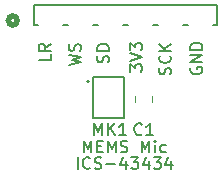
<source format=gbr>
%TF.GenerationSoftware,KiCad,Pcbnew,7.0.6*%
%TF.CreationDate,2024-09-27T12:31:39-07:00*%
%TF.ProjectId,microphone,6d696372-6f70-4686-9f6e-652e6b696361,rev?*%
%TF.SameCoordinates,Original*%
%TF.FileFunction,Legend,Top*%
%TF.FilePolarity,Positive*%
%FSLAX46Y46*%
G04 Gerber Fmt 4.6, Leading zero omitted, Abs format (unit mm)*
G04 Created by KiCad (PCBNEW 7.0.6) date 2024-09-27 12:31:39*
%MOMM*%
%LPD*%
G01*
G04 APERTURE LIST*
%ADD10C,0.150000*%
%ADD11C,0.127000*%
%ADD12C,0.200000*%
%ADD13C,0.152400*%
%ADD14C,0.508000*%
%ADD15C,0.120000*%
G04 APERTURE END LIST*
D10*
X233427438Y-137989411D02*
X233379819Y-138084649D01*
X233379819Y-138084649D02*
X233379819Y-138227506D01*
X233379819Y-138227506D02*
X233427438Y-138370363D01*
X233427438Y-138370363D02*
X233522676Y-138465601D01*
X233522676Y-138465601D02*
X233617914Y-138513220D01*
X233617914Y-138513220D02*
X233808390Y-138560839D01*
X233808390Y-138560839D02*
X233951247Y-138560839D01*
X233951247Y-138560839D02*
X234141723Y-138513220D01*
X234141723Y-138513220D02*
X234236961Y-138465601D01*
X234236961Y-138465601D02*
X234332200Y-138370363D01*
X234332200Y-138370363D02*
X234379819Y-138227506D01*
X234379819Y-138227506D02*
X234379819Y-138132268D01*
X234379819Y-138132268D02*
X234332200Y-137989411D01*
X234332200Y-137989411D02*
X234284580Y-137941792D01*
X234284580Y-137941792D02*
X233951247Y-137941792D01*
X233951247Y-137941792D02*
X233951247Y-138132268D01*
X234379819Y-137513220D02*
X233379819Y-137513220D01*
X233379819Y-137513220D02*
X234379819Y-136941792D01*
X234379819Y-136941792D02*
X233379819Y-136941792D01*
X234379819Y-136465601D02*
X233379819Y-136465601D01*
X233379819Y-136465601D02*
X233379819Y-136227506D01*
X233379819Y-136227506D02*
X233427438Y-136084649D01*
X233427438Y-136084649D02*
X233522676Y-135989411D01*
X233522676Y-135989411D02*
X233617914Y-135941792D01*
X233617914Y-135941792D02*
X233808390Y-135894173D01*
X233808390Y-135894173D02*
X233951247Y-135894173D01*
X233951247Y-135894173D02*
X234141723Y-135941792D01*
X234141723Y-135941792D02*
X234236961Y-135989411D01*
X234236961Y-135989411D02*
X234332200Y-136084649D01*
X234332200Y-136084649D02*
X234379819Y-136227506D01*
X234379819Y-136227506D02*
X234379819Y-136465601D01*
X226442200Y-137550839D02*
X226489819Y-137407982D01*
X226489819Y-137407982D02*
X226489819Y-137169887D01*
X226489819Y-137169887D02*
X226442200Y-137074649D01*
X226442200Y-137074649D02*
X226394580Y-137027030D01*
X226394580Y-137027030D02*
X226299342Y-136979411D01*
X226299342Y-136979411D02*
X226204104Y-136979411D01*
X226204104Y-136979411D02*
X226108866Y-137027030D01*
X226108866Y-137027030D02*
X226061247Y-137074649D01*
X226061247Y-137074649D02*
X226013628Y-137169887D01*
X226013628Y-137169887D02*
X225966009Y-137360363D01*
X225966009Y-137360363D02*
X225918390Y-137455601D01*
X225918390Y-137455601D02*
X225870771Y-137503220D01*
X225870771Y-137503220D02*
X225775533Y-137550839D01*
X225775533Y-137550839D02*
X225680295Y-137550839D01*
X225680295Y-137550839D02*
X225585057Y-137503220D01*
X225585057Y-137503220D02*
X225537438Y-137455601D01*
X225537438Y-137455601D02*
X225489819Y-137360363D01*
X225489819Y-137360363D02*
X225489819Y-137122268D01*
X225489819Y-137122268D02*
X225537438Y-136979411D01*
X226489819Y-136550839D02*
X225489819Y-136550839D01*
X225489819Y-136550839D02*
X225489819Y-136312744D01*
X225489819Y-136312744D02*
X225537438Y-136169887D01*
X225537438Y-136169887D02*
X225632676Y-136074649D01*
X225632676Y-136074649D02*
X225727914Y-136027030D01*
X225727914Y-136027030D02*
X225918390Y-135979411D01*
X225918390Y-135979411D02*
X226061247Y-135979411D01*
X226061247Y-135979411D02*
X226251723Y-136027030D01*
X226251723Y-136027030D02*
X226346961Y-136074649D01*
X226346961Y-136074649D02*
X226442200Y-136169887D01*
X226442200Y-136169887D02*
X226489819Y-136312744D01*
X226489819Y-136312744D02*
X226489819Y-136550839D01*
X231692200Y-138550839D02*
X231739819Y-138407982D01*
X231739819Y-138407982D02*
X231739819Y-138169887D01*
X231739819Y-138169887D02*
X231692200Y-138074649D01*
X231692200Y-138074649D02*
X231644580Y-138027030D01*
X231644580Y-138027030D02*
X231549342Y-137979411D01*
X231549342Y-137979411D02*
X231454104Y-137979411D01*
X231454104Y-137979411D02*
X231358866Y-138027030D01*
X231358866Y-138027030D02*
X231311247Y-138074649D01*
X231311247Y-138074649D02*
X231263628Y-138169887D01*
X231263628Y-138169887D02*
X231216009Y-138360363D01*
X231216009Y-138360363D02*
X231168390Y-138455601D01*
X231168390Y-138455601D02*
X231120771Y-138503220D01*
X231120771Y-138503220D02*
X231025533Y-138550839D01*
X231025533Y-138550839D02*
X230930295Y-138550839D01*
X230930295Y-138550839D02*
X230835057Y-138503220D01*
X230835057Y-138503220D02*
X230787438Y-138455601D01*
X230787438Y-138455601D02*
X230739819Y-138360363D01*
X230739819Y-138360363D02*
X230739819Y-138122268D01*
X230739819Y-138122268D02*
X230787438Y-137979411D01*
X231644580Y-136979411D02*
X231692200Y-137027030D01*
X231692200Y-137027030D02*
X231739819Y-137169887D01*
X231739819Y-137169887D02*
X231739819Y-137265125D01*
X231739819Y-137265125D02*
X231692200Y-137407982D01*
X231692200Y-137407982D02*
X231596961Y-137503220D01*
X231596961Y-137503220D02*
X231501723Y-137550839D01*
X231501723Y-137550839D02*
X231311247Y-137598458D01*
X231311247Y-137598458D02*
X231168390Y-137598458D01*
X231168390Y-137598458D02*
X230977914Y-137550839D01*
X230977914Y-137550839D02*
X230882676Y-137503220D01*
X230882676Y-137503220D02*
X230787438Y-137407982D01*
X230787438Y-137407982D02*
X230739819Y-137265125D01*
X230739819Y-137265125D02*
X230739819Y-137169887D01*
X230739819Y-137169887D02*
X230787438Y-137027030D01*
X230787438Y-137027030D02*
X230835057Y-136979411D01*
X231739819Y-136550839D02*
X230739819Y-136550839D01*
X231739819Y-135979411D02*
X231168390Y-136407982D01*
X230739819Y-135979411D02*
X231311247Y-136550839D01*
X223836779Y-146569819D02*
X223836779Y-145569819D01*
X224884397Y-146474580D02*
X224836778Y-146522200D01*
X224836778Y-146522200D02*
X224693921Y-146569819D01*
X224693921Y-146569819D02*
X224598683Y-146569819D01*
X224598683Y-146569819D02*
X224455826Y-146522200D01*
X224455826Y-146522200D02*
X224360588Y-146426961D01*
X224360588Y-146426961D02*
X224312969Y-146331723D01*
X224312969Y-146331723D02*
X224265350Y-146141247D01*
X224265350Y-146141247D02*
X224265350Y-145998390D01*
X224265350Y-145998390D02*
X224312969Y-145807914D01*
X224312969Y-145807914D02*
X224360588Y-145712676D01*
X224360588Y-145712676D02*
X224455826Y-145617438D01*
X224455826Y-145617438D02*
X224598683Y-145569819D01*
X224598683Y-145569819D02*
X224693921Y-145569819D01*
X224693921Y-145569819D02*
X224836778Y-145617438D01*
X224836778Y-145617438D02*
X224884397Y-145665057D01*
X225265350Y-146522200D02*
X225408207Y-146569819D01*
X225408207Y-146569819D02*
X225646302Y-146569819D01*
X225646302Y-146569819D02*
X225741540Y-146522200D01*
X225741540Y-146522200D02*
X225789159Y-146474580D01*
X225789159Y-146474580D02*
X225836778Y-146379342D01*
X225836778Y-146379342D02*
X225836778Y-146284104D01*
X225836778Y-146284104D02*
X225789159Y-146188866D01*
X225789159Y-146188866D02*
X225741540Y-146141247D01*
X225741540Y-146141247D02*
X225646302Y-146093628D01*
X225646302Y-146093628D02*
X225455826Y-146046009D01*
X225455826Y-146046009D02*
X225360588Y-145998390D01*
X225360588Y-145998390D02*
X225312969Y-145950771D01*
X225312969Y-145950771D02*
X225265350Y-145855533D01*
X225265350Y-145855533D02*
X225265350Y-145760295D01*
X225265350Y-145760295D02*
X225312969Y-145665057D01*
X225312969Y-145665057D02*
X225360588Y-145617438D01*
X225360588Y-145617438D02*
X225455826Y-145569819D01*
X225455826Y-145569819D02*
X225693921Y-145569819D01*
X225693921Y-145569819D02*
X225836778Y-145617438D01*
X226265350Y-146188866D02*
X227027255Y-146188866D01*
X227932016Y-145903152D02*
X227932016Y-146569819D01*
X227693921Y-145522200D02*
X227455826Y-146236485D01*
X227455826Y-146236485D02*
X228074873Y-146236485D01*
X228360588Y-145569819D02*
X228979635Y-145569819D01*
X228979635Y-145569819D02*
X228646302Y-145950771D01*
X228646302Y-145950771D02*
X228789159Y-145950771D01*
X228789159Y-145950771D02*
X228884397Y-145998390D01*
X228884397Y-145998390D02*
X228932016Y-146046009D01*
X228932016Y-146046009D02*
X228979635Y-146141247D01*
X228979635Y-146141247D02*
X228979635Y-146379342D01*
X228979635Y-146379342D02*
X228932016Y-146474580D01*
X228932016Y-146474580D02*
X228884397Y-146522200D01*
X228884397Y-146522200D02*
X228789159Y-146569819D01*
X228789159Y-146569819D02*
X228503445Y-146569819D01*
X228503445Y-146569819D02*
X228408207Y-146522200D01*
X228408207Y-146522200D02*
X228360588Y-146474580D01*
X229836778Y-145903152D02*
X229836778Y-146569819D01*
X229598683Y-145522200D02*
X229360588Y-146236485D01*
X229360588Y-146236485D02*
X229979635Y-146236485D01*
X230265350Y-145569819D02*
X230884397Y-145569819D01*
X230884397Y-145569819D02*
X230551064Y-145950771D01*
X230551064Y-145950771D02*
X230693921Y-145950771D01*
X230693921Y-145950771D02*
X230789159Y-145998390D01*
X230789159Y-145998390D02*
X230836778Y-146046009D01*
X230836778Y-146046009D02*
X230884397Y-146141247D01*
X230884397Y-146141247D02*
X230884397Y-146379342D01*
X230884397Y-146379342D02*
X230836778Y-146474580D01*
X230836778Y-146474580D02*
X230789159Y-146522200D01*
X230789159Y-146522200D02*
X230693921Y-146569819D01*
X230693921Y-146569819D02*
X230408207Y-146569819D01*
X230408207Y-146569819D02*
X230312969Y-146522200D01*
X230312969Y-146522200D02*
X230265350Y-146474580D01*
X231741540Y-145903152D02*
X231741540Y-146569819D01*
X231503445Y-145522200D02*
X231265350Y-146236485D01*
X231265350Y-146236485D02*
X231884397Y-146236485D01*
X228269819Y-138338458D02*
X228269819Y-137719411D01*
X228269819Y-137719411D02*
X228650771Y-138052744D01*
X228650771Y-138052744D02*
X228650771Y-137909887D01*
X228650771Y-137909887D02*
X228698390Y-137814649D01*
X228698390Y-137814649D02*
X228746009Y-137767030D01*
X228746009Y-137767030D02*
X228841247Y-137719411D01*
X228841247Y-137719411D02*
X229079342Y-137719411D01*
X229079342Y-137719411D02*
X229174580Y-137767030D01*
X229174580Y-137767030D02*
X229222200Y-137814649D01*
X229222200Y-137814649D02*
X229269819Y-137909887D01*
X229269819Y-137909887D02*
X229269819Y-138195601D01*
X229269819Y-138195601D02*
X229222200Y-138290839D01*
X229222200Y-138290839D02*
X229174580Y-138338458D01*
X228269819Y-137433696D02*
X229269819Y-137100363D01*
X229269819Y-137100363D02*
X228269819Y-136767030D01*
X228269819Y-136528934D02*
X228269819Y-135909887D01*
X228269819Y-135909887D02*
X228650771Y-136243220D01*
X228650771Y-136243220D02*
X228650771Y-136100363D01*
X228650771Y-136100363D02*
X228698390Y-136005125D01*
X228698390Y-136005125D02*
X228746009Y-135957506D01*
X228746009Y-135957506D02*
X228841247Y-135909887D01*
X228841247Y-135909887D02*
X229079342Y-135909887D01*
X229079342Y-135909887D02*
X229174580Y-135957506D01*
X229174580Y-135957506D02*
X229222200Y-136005125D01*
X229222200Y-136005125D02*
X229269819Y-136100363D01*
X229269819Y-136100363D02*
X229269819Y-136386077D01*
X229269819Y-136386077D02*
X229222200Y-136481315D01*
X229222200Y-136481315D02*
X229174580Y-136528934D01*
X224336779Y-145169819D02*
X224336779Y-144169819D01*
X224336779Y-144169819D02*
X224670112Y-144884104D01*
X224670112Y-144884104D02*
X225003445Y-144169819D01*
X225003445Y-144169819D02*
X225003445Y-145169819D01*
X225479636Y-144646009D02*
X225812969Y-144646009D01*
X225955826Y-145169819D02*
X225479636Y-145169819D01*
X225479636Y-145169819D02*
X225479636Y-144169819D01*
X225479636Y-144169819D02*
X225955826Y-144169819D01*
X226384398Y-145169819D02*
X226384398Y-144169819D01*
X226384398Y-144169819D02*
X226717731Y-144884104D01*
X226717731Y-144884104D02*
X227051064Y-144169819D01*
X227051064Y-144169819D02*
X227051064Y-145169819D01*
X227479636Y-145122200D02*
X227622493Y-145169819D01*
X227622493Y-145169819D02*
X227860588Y-145169819D01*
X227860588Y-145169819D02*
X227955826Y-145122200D01*
X227955826Y-145122200D02*
X228003445Y-145074580D01*
X228003445Y-145074580D02*
X228051064Y-144979342D01*
X228051064Y-144979342D02*
X228051064Y-144884104D01*
X228051064Y-144884104D02*
X228003445Y-144788866D01*
X228003445Y-144788866D02*
X227955826Y-144741247D01*
X227955826Y-144741247D02*
X227860588Y-144693628D01*
X227860588Y-144693628D02*
X227670112Y-144646009D01*
X227670112Y-144646009D02*
X227574874Y-144598390D01*
X227574874Y-144598390D02*
X227527255Y-144550771D01*
X227527255Y-144550771D02*
X227479636Y-144455533D01*
X227479636Y-144455533D02*
X227479636Y-144360295D01*
X227479636Y-144360295D02*
X227527255Y-144265057D01*
X227527255Y-144265057D02*
X227574874Y-144217438D01*
X227574874Y-144217438D02*
X227670112Y-144169819D01*
X227670112Y-144169819D02*
X227908207Y-144169819D01*
X227908207Y-144169819D02*
X228051064Y-144217438D01*
X229241541Y-145169819D02*
X229241541Y-144169819D01*
X229241541Y-144169819D02*
X229574874Y-144884104D01*
X229574874Y-144884104D02*
X229908207Y-144169819D01*
X229908207Y-144169819D02*
X229908207Y-145169819D01*
X230384398Y-145169819D02*
X230384398Y-144503152D01*
X230384398Y-144169819D02*
X230336779Y-144217438D01*
X230336779Y-144217438D02*
X230384398Y-144265057D01*
X230384398Y-144265057D02*
X230432017Y-144217438D01*
X230432017Y-144217438D02*
X230384398Y-144169819D01*
X230384398Y-144169819D02*
X230384398Y-144265057D01*
X231289159Y-145122200D02*
X231193921Y-145169819D01*
X231193921Y-145169819D02*
X231003445Y-145169819D01*
X231003445Y-145169819D02*
X230908207Y-145122200D01*
X230908207Y-145122200D02*
X230860588Y-145074580D01*
X230860588Y-145074580D02*
X230812969Y-144979342D01*
X230812969Y-144979342D02*
X230812969Y-144693628D01*
X230812969Y-144693628D02*
X230860588Y-144598390D01*
X230860588Y-144598390D02*
X230908207Y-144550771D01*
X230908207Y-144550771D02*
X231003445Y-144503152D01*
X231003445Y-144503152D02*
X231193921Y-144503152D01*
X231193921Y-144503152D02*
X231289159Y-144550771D01*
X223089819Y-137748458D02*
X224089819Y-137510363D01*
X224089819Y-137510363D02*
X223375533Y-137319887D01*
X223375533Y-137319887D02*
X224089819Y-137129411D01*
X224089819Y-137129411D02*
X223089819Y-136891316D01*
X224042200Y-136557982D02*
X224089819Y-136415125D01*
X224089819Y-136415125D02*
X224089819Y-136177030D01*
X224089819Y-136177030D02*
X224042200Y-136081792D01*
X224042200Y-136081792D02*
X223994580Y-136034173D01*
X223994580Y-136034173D02*
X223899342Y-135986554D01*
X223899342Y-135986554D02*
X223804104Y-135986554D01*
X223804104Y-135986554D02*
X223708866Y-136034173D01*
X223708866Y-136034173D02*
X223661247Y-136081792D01*
X223661247Y-136081792D02*
X223613628Y-136177030D01*
X223613628Y-136177030D02*
X223566009Y-136367506D01*
X223566009Y-136367506D02*
X223518390Y-136462744D01*
X223518390Y-136462744D02*
X223470771Y-136510363D01*
X223470771Y-136510363D02*
X223375533Y-136557982D01*
X223375533Y-136557982D02*
X223280295Y-136557982D01*
X223280295Y-136557982D02*
X223185057Y-136510363D01*
X223185057Y-136510363D02*
X223137438Y-136462744D01*
X223137438Y-136462744D02*
X223089819Y-136367506D01*
X223089819Y-136367506D02*
X223089819Y-136129411D01*
X223089819Y-136129411D02*
X223137438Y-135986554D01*
X221539819Y-136877030D02*
X221539819Y-137353220D01*
X221539819Y-137353220D02*
X220539819Y-137353220D01*
X221539819Y-135972268D02*
X221063628Y-136305601D01*
X221539819Y-136543696D02*
X220539819Y-136543696D01*
X220539819Y-136543696D02*
X220539819Y-136162744D01*
X220539819Y-136162744D02*
X220587438Y-136067506D01*
X220587438Y-136067506D02*
X220635057Y-136019887D01*
X220635057Y-136019887D02*
X220730295Y-135972268D01*
X220730295Y-135972268D02*
X220873152Y-135972268D01*
X220873152Y-135972268D02*
X220968390Y-136019887D01*
X220968390Y-136019887D02*
X221016009Y-136067506D01*
X221016009Y-136067506D02*
X221063628Y-136162744D01*
X221063628Y-136162744D02*
X221063628Y-136543696D01*
X225260476Y-143714819D02*
X225260476Y-142714819D01*
X225260476Y-142714819D02*
X225593809Y-143429104D01*
X225593809Y-143429104D02*
X225927142Y-142714819D01*
X225927142Y-142714819D02*
X225927142Y-143714819D01*
X226403333Y-143714819D02*
X226403333Y-142714819D01*
X226974761Y-143714819D02*
X226546190Y-143143390D01*
X226974761Y-142714819D02*
X226403333Y-143286247D01*
X227927142Y-143714819D02*
X227355714Y-143714819D01*
X227641428Y-143714819D02*
X227641428Y-142714819D01*
X227641428Y-142714819D02*
X227546190Y-142857676D01*
X227546190Y-142857676D02*
X227450952Y-142952914D01*
X227450952Y-142952914D02*
X227355714Y-143000533D01*
X229263333Y-143619580D02*
X229215714Y-143667200D01*
X229215714Y-143667200D02*
X229072857Y-143714819D01*
X229072857Y-143714819D02*
X228977619Y-143714819D01*
X228977619Y-143714819D02*
X228834762Y-143667200D01*
X228834762Y-143667200D02*
X228739524Y-143571961D01*
X228739524Y-143571961D02*
X228691905Y-143476723D01*
X228691905Y-143476723D02*
X228644286Y-143286247D01*
X228644286Y-143286247D02*
X228644286Y-143143390D01*
X228644286Y-143143390D02*
X228691905Y-142952914D01*
X228691905Y-142952914D02*
X228739524Y-142857676D01*
X228739524Y-142857676D02*
X228834762Y-142762438D01*
X228834762Y-142762438D02*
X228977619Y-142714819D01*
X228977619Y-142714819D02*
X229072857Y-142714819D01*
X229072857Y-142714819D02*
X229215714Y-142762438D01*
X229215714Y-142762438D02*
X229263333Y-142810057D01*
X230215714Y-143714819D02*
X229644286Y-143714819D01*
X229930000Y-143714819D02*
X229930000Y-142714819D01*
X229930000Y-142714819D02*
X229834762Y-142857676D01*
X229834762Y-142857676D02*
X229739524Y-142952914D01*
X229739524Y-142952914D02*
X229644286Y-143000533D01*
D11*
%TO.C,MK1*%
X225130500Y-138767000D02*
X225130500Y-142267000D01*
X225130500Y-142267000D02*
X227780500Y-142267000D01*
X227780500Y-138767000D02*
X225130500Y-138767000D01*
X227780500Y-142267000D02*
X227780500Y-138767000D01*
D12*
X224818000Y-139167000D02*
G75*
G03*
X224818000Y-139167000I-100000J0D01*
G01*
D13*
%TO.C,J1*%
X220123000Y-132710000D02*
X220123000Y-134369600D01*
X220123000Y-134369600D02*
X220462593Y-134369600D01*
X222577407Y-134369600D02*
X223002593Y-134369600D01*
X225117407Y-134369600D02*
X225542593Y-134369600D01*
X227657407Y-134369600D02*
X228082593Y-134369600D01*
X230197407Y-134369600D02*
X230622593Y-134369600D01*
X232737407Y-134369600D02*
X233162593Y-134369600D01*
X235277407Y-134369600D02*
X235617000Y-134369600D01*
X235617000Y-132710000D02*
X220123000Y-132710000D01*
X235617000Y-134369600D02*
X235617000Y-132710000D01*
D14*
X218726000Y-134000000D02*
G75*
G03*
X218726000Y-134000000I-381000J0D01*
G01*
D15*
%TO.C,C1*%
X230125000Y-140378748D02*
X230125000Y-140901252D01*
X228655000Y-140378748D02*
X228655000Y-140901252D01*
%TD*%
M02*

</source>
